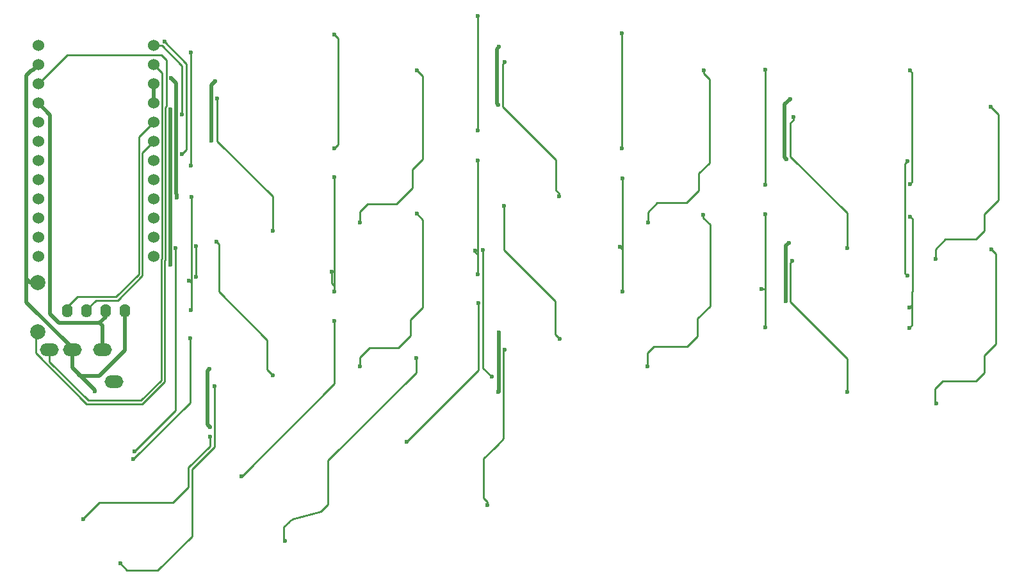
<source format=gtl>
G04 #@! TF.GenerationSoftware,KiCad,Pcbnew,(5.1.10)-1*
G04 #@! TF.CreationDate,2021-11-26T09:38:35+07:00*
G04 #@! TF.ProjectId,corne-cherry,636f726e-652d-4636-9865-7272792e6b69,3.0.1*
G04 #@! TF.SameCoordinates,Original*
G04 #@! TF.FileFunction,Copper,L1,Top*
G04 #@! TF.FilePolarity,Positive*
%FSLAX46Y46*%
G04 Gerber Fmt 4.6, Leading zero omitted, Abs format (unit mm)*
G04 Created by KiCad (PCBNEW (5.1.10)-1) date 2021-11-26 09:38:35*
%MOMM*%
%LPD*%
G01*
G04 APERTURE LIST*
G04 #@! TA.AperFunction,ComponentPad*
%ADD10O,1.397000X1.778000*%
G04 #@! TD*
G04 #@! TA.AperFunction,ComponentPad*
%ADD11C,2.000000*%
G04 #@! TD*
G04 #@! TA.AperFunction,ComponentPad*
%ADD12O,2.500000X1.700000*%
G04 #@! TD*
G04 #@! TA.AperFunction,ComponentPad*
%ADD13C,1.524000*%
G04 #@! TD*
G04 #@! TA.AperFunction,ViaPad*
%ADD14C,0.600000*%
G04 #@! TD*
G04 #@! TA.AperFunction,Conductor*
%ADD15C,0.250000*%
G04 #@! TD*
G04 #@! TA.AperFunction,Conductor*
%ADD16C,0.254000*%
G04 #@! TD*
G04 #@! TA.AperFunction,Conductor*
%ADD17C,0.500000*%
G04 #@! TD*
G04 #@! TA.AperFunction,Conductor*
%ADD18C,0.508000*%
G04 #@! TD*
G04 APERTURE END LIST*
D10*
X99249500Y-91912000D03*
X96709500Y-91912000D03*
X94169500Y-91912000D03*
X91629500Y-91912000D03*
D11*
X87756500Y-88164000D03*
X87756500Y-94664000D03*
D12*
X97789500Y-101262000D03*
X96289500Y-97062000D03*
X92289500Y-97062000D03*
X89289500Y-97062000D03*
D13*
X87830900Y-56804000D03*
X87830900Y-59344000D03*
X87830900Y-61884000D03*
X87830900Y-64424000D03*
X87830900Y-66964000D03*
X87830900Y-69504000D03*
X87830900Y-72044000D03*
X87830900Y-74584000D03*
X87830900Y-77124000D03*
X87830900Y-79664000D03*
X87830900Y-82204000D03*
X87830900Y-84744000D03*
X103050900Y-84744000D03*
X103050900Y-82204000D03*
X103050900Y-79664000D03*
X103050900Y-77124000D03*
X103050900Y-74584000D03*
X103050900Y-72044000D03*
X103050900Y-69504000D03*
X103050900Y-66964000D03*
X103050900Y-64424000D03*
X103050900Y-61884000D03*
X103050900Y-59344000D03*
X103050900Y-56804000D03*
D14*
X106809500Y-71157000D03*
X104515762Y-56281024D03*
X108684500Y-87392000D03*
X108684500Y-83307010D03*
X100562558Y-110520058D03*
X105989500Y-83607000D03*
X106809500Y-65907000D03*
X202999500Y-91442000D03*
X203059500Y-60097000D03*
X203044510Y-75097000D03*
X203069500Y-79447000D03*
X202959500Y-94197000D03*
X183449500Y-88992010D03*
X183959500Y-75197000D03*
X183959500Y-79097000D03*
X183959500Y-94097000D03*
X183959500Y-59997000D03*
X165059500Y-89397000D03*
X164959500Y-70397000D03*
X165059500Y-74397000D03*
X164959500Y-55197000D03*
X164686449Y-83405051D03*
X145959500Y-52897000D03*
X146009500Y-90877000D03*
X145959500Y-71997000D03*
X136539500Y-109227000D03*
X145959500Y-67997000D03*
X145559500Y-83912000D03*
X145959500Y-87097000D03*
X126959500Y-74197000D03*
X126959500Y-89397000D03*
X126959500Y-55297000D03*
X114639500Y-113787000D03*
X126959500Y-70397000D03*
X126969500Y-93217000D03*
X126589500Y-86767000D03*
X108059500Y-76797000D03*
X107749500Y-87907000D03*
X107959500Y-72697000D03*
X100339500Y-111567000D03*
X107959500Y-57697000D03*
X107869500Y-95567000D03*
X107959500Y-91797000D03*
X105239500Y-85787000D03*
X105309490Y-65197000D03*
X105386500Y-61097000D03*
X148669502Y-102667000D03*
X111229500Y-61537000D03*
X186766993Y-71848653D03*
X148749500Y-56947000D03*
X187209500Y-63837000D03*
X148709500Y-94807000D03*
X106159500Y-76937000D03*
X186624490Y-90626017D03*
X187029500Y-82897000D03*
X148604490Y-64600861D03*
X110705436Y-69361389D03*
X110489500Y-107277000D03*
X110439500Y-99577000D03*
X95259500Y-102597000D03*
X202713664Y-87274960D03*
X202734500Y-72107000D03*
X206429500Y-85067000D03*
X213769500Y-64857000D03*
X187619500Y-66247002D03*
X194759500Y-83637000D03*
X149499500Y-58997000D03*
X156684169Y-76782331D03*
X130359500Y-80257000D03*
X137889500Y-60077000D03*
X111489510Y-63797000D03*
X118789500Y-81277000D03*
X146599500Y-83872002D03*
X147779500Y-100657000D03*
X110494490Y-108547000D03*
X93789500Y-119527000D03*
X206569500Y-104147000D03*
X213819500Y-83787000D03*
X187459500Y-85317000D03*
X194779500Y-102647000D03*
X168359500Y-99247000D03*
X175729500Y-79187000D03*
X149349500Y-78047000D03*
X156719169Y-95617331D03*
X130309500Y-99257000D03*
X137849500Y-79037000D03*
X111389500Y-82757000D03*
X118819500Y-100417000D03*
X147219500Y-117627000D03*
X149459500Y-97027000D03*
X137779500Y-98127000D03*
X120399500Y-122377000D03*
X98659500Y-125347000D03*
X111159500Y-101927000D03*
X168429500Y-80247000D03*
X175789500Y-60037000D03*
D15*
X106809500Y-71157000D02*
X107434501Y-70531999D01*
X107434501Y-59199763D02*
X104515762Y-56281024D01*
X107434501Y-70531999D02*
X107434501Y-59199763D01*
X108684500Y-83307010D02*
X108684500Y-87392000D01*
X105989500Y-83607000D02*
X105989500Y-105093116D01*
X105989500Y-105093116D02*
X100562558Y-110520058D01*
D16*
X94420489Y-103782989D02*
X89289500Y-98652000D01*
X103055900Y-59345000D02*
X104139901Y-60429001D01*
X104098488Y-85047982D02*
X104098488Y-101090944D01*
X101406443Y-103782989D02*
X94420489Y-103782989D01*
X104139901Y-60429001D02*
X104139901Y-85006569D01*
X104098488Y-101090944D02*
X101406443Y-103782989D01*
X89289500Y-97062000D02*
X89289500Y-98062000D01*
X89289500Y-98652000D02*
X89289500Y-97062000D01*
X104139901Y-85006569D02*
X104098488Y-85047982D01*
X91491500Y-91572000D02*
X91491500Y-91907000D01*
X101126500Y-87037000D02*
X98100511Y-90062989D01*
X101126500Y-68894400D02*
X101126500Y-87037000D01*
X98100511Y-90062989D02*
X93000511Y-90062989D01*
X93000511Y-90062989D02*
X91491500Y-91572000D01*
X103055900Y-66965000D02*
X101126500Y-68894400D01*
X98346500Y-90517000D02*
X95421500Y-90517000D01*
X95421500Y-90517000D02*
X94031500Y-91907000D01*
X101580511Y-87282989D02*
X98346500Y-90517000D01*
X103055900Y-69505000D02*
X101580511Y-70980389D01*
X101580511Y-70980389D02*
X101580511Y-87282989D01*
D15*
X103095900Y-56804000D02*
X104173530Y-56804000D01*
X104173530Y-56804000D02*
X106809500Y-59439970D01*
X106809500Y-59439970D02*
X106809500Y-65907000D01*
D16*
X104552499Y-101279001D02*
X101594500Y-104237000D01*
X87509500Y-97522000D02*
X87509500Y-94911000D01*
X94224500Y-104237000D02*
X87509500Y-97522000D01*
X87509500Y-94911000D02*
X87756500Y-94664000D01*
X87835900Y-61885000D02*
X91653900Y-58067000D01*
X104086500Y-58067000D02*
X104759500Y-58740000D01*
X104759500Y-58740000D02*
X104759500Y-64819026D01*
X91653900Y-58067000D02*
X104086500Y-58067000D01*
X101594500Y-104237000D02*
X94224500Y-104237000D01*
X104759500Y-64819026D02*
X104593912Y-64984614D01*
X104593912Y-64984614D02*
X104593911Y-85194627D01*
X104552499Y-85236039D02*
X104552499Y-101279001D01*
X104593911Y-85194627D02*
X104552499Y-85236039D01*
D15*
X203349500Y-89377000D02*
X203359500Y-93797000D01*
X203369499Y-89357001D02*
X203369499Y-79746999D01*
X203059500Y-60097000D02*
X203359500Y-60397000D01*
X203344509Y-74797001D02*
X203044510Y-75097000D01*
X203349500Y-89377000D02*
X203351204Y-89378704D01*
X203359500Y-93797000D02*
X202959500Y-94197000D01*
X203369499Y-79746999D02*
X203069500Y-79447000D01*
X203359500Y-74782010D02*
X203344509Y-74797001D01*
X203359500Y-60397000D02*
X203359500Y-74782010D01*
X203351204Y-89378704D02*
X203351204Y-91090296D01*
X203351204Y-91090296D02*
X202999500Y-91442000D01*
X203349500Y-89377000D02*
X203369499Y-89357001D01*
X183959500Y-89227000D02*
X183959500Y-94097000D01*
X183873764Y-88992010D02*
X183449500Y-88992010D01*
X183959500Y-89227000D02*
X183959500Y-89077746D01*
X183959500Y-79097000D02*
X183959500Y-89227000D01*
X183959500Y-89077746D02*
X183873764Y-88992010D01*
X183959500Y-59997000D02*
X183959500Y-75197000D01*
X165059500Y-84687000D02*
X165059500Y-83778102D01*
X164986448Y-83705050D02*
X164686449Y-83405051D01*
X164959500Y-55197000D02*
X164959500Y-70397000D01*
X165059500Y-84687000D02*
X165059500Y-89397000D01*
X165059500Y-74397000D02*
X165059500Y-84687000D01*
X165059500Y-83778102D02*
X164986448Y-83705050D01*
X145959500Y-84532000D02*
X145559500Y-84132000D01*
X145559500Y-84132000D02*
X145559500Y-83912000D01*
X145959500Y-85187000D02*
X145959500Y-84532000D01*
X145959500Y-86897000D02*
X145959500Y-87097000D01*
X145959500Y-85187000D02*
X145959500Y-86897000D01*
X145959500Y-71997000D02*
X145959500Y-85187000D01*
X136539500Y-109227000D02*
X146009500Y-99757000D01*
X146009500Y-99757000D02*
X146009500Y-90877000D01*
X145959500Y-52897000D02*
X145959500Y-67997000D01*
X126589500Y-88237000D02*
X126589500Y-87191264D01*
X126969500Y-93217000D02*
X126969500Y-101557000D01*
X127459500Y-55797000D02*
X127459500Y-69897000D01*
X126959500Y-88607000D02*
X126589500Y-88237000D01*
X126959500Y-74197000D02*
X126959500Y-88607000D01*
X126589500Y-87191264D02*
X126589500Y-86767000D01*
X126969500Y-101557000D02*
X114739500Y-113787000D01*
X114739500Y-113787000D02*
X114639500Y-113787000D01*
X127459500Y-69897000D02*
X126959500Y-70397000D01*
X126959500Y-55297000D02*
X127459500Y-55797000D01*
X126959500Y-88607000D02*
X126959500Y-89397000D01*
X108059500Y-89367000D02*
X108059500Y-88187000D01*
X107779500Y-87907000D02*
X107749500Y-87907000D01*
X107959500Y-57697000D02*
X107959500Y-72697000D01*
X108059500Y-88187000D02*
X107779500Y-87907000D01*
X108059500Y-89367000D02*
X108059500Y-91697000D01*
X108059500Y-76797000D02*
X108059500Y-89367000D01*
X108059500Y-91697000D02*
X107959500Y-91797000D01*
X100399500Y-111567000D02*
X100339500Y-111567000D01*
X107869500Y-95567000D02*
X107869500Y-104097000D01*
X107869500Y-104097000D02*
X100399500Y-111567000D01*
D17*
X90549500Y-93502000D02*
X92499500Y-93502000D01*
X92499500Y-93502000D02*
X92509500Y-93492000D01*
X94986500Y-93492000D02*
X95921500Y-93492000D01*
X96289500Y-93860000D02*
X96289500Y-97062000D01*
X96696500Y-92717000D02*
X96696500Y-91937000D01*
X95921500Y-93492000D02*
X96696500Y-92717000D01*
X105239500Y-85362736D02*
X105239500Y-85787000D01*
X105309490Y-65197000D02*
X105309490Y-76577008D01*
X105239500Y-76646998D02*
X105239500Y-85362736D01*
X105309490Y-76577008D02*
X105239500Y-76646998D01*
X95921500Y-93492000D02*
X96289500Y-93860000D01*
X89369500Y-65958600D02*
X89369500Y-92322000D01*
X89369500Y-92322000D02*
X90549500Y-93502000D01*
X87835900Y-64425000D02*
X89369500Y-65958600D01*
X92509500Y-93492000D02*
X94986500Y-93492000D01*
X96696500Y-91937000D02*
X96666500Y-91907000D01*
X96666500Y-91907000D02*
X96571500Y-91907000D01*
X110739500Y-62027000D02*
X110739500Y-69327325D01*
X148709500Y-94807000D02*
X148709500Y-102627002D01*
X186624490Y-83302010D02*
X186624490Y-90201753D01*
X110739500Y-69327325D02*
X110705436Y-69361389D01*
X106059500Y-76412736D02*
X106159500Y-76512736D01*
X186624490Y-90201753D02*
X186624490Y-90626017D01*
X106059500Y-61770000D02*
X106059500Y-76412736D01*
X148709500Y-102627002D02*
X148669502Y-102667000D01*
X148449501Y-57246999D02*
X148449501Y-64445872D01*
X148749500Y-56947000D02*
X148449501Y-57246999D01*
X148449501Y-64445872D02*
X148604490Y-64600861D01*
X105386500Y-61097000D02*
X106059500Y-61770000D01*
X187209500Y-63837000D02*
X186466994Y-64579506D01*
X187029500Y-82897000D02*
X186624490Y-83302010D01*
X186466994Y-71548654D02*
X186766993Y-71848653D01*
X106159500Y-76512736D02*
X106159500Y-76937000D01*
X186466994Y-64579506D02*
X186466994Y-71548654D01*
X111229500Y-61537000D02*
X110739500Y-62027000D01*
X95259500Y-102597000D02*
X95259500Y-102400000D01*
X95259500Y-102400000D02*
X92289500Y-99430000D01*
X110189501Y-106977001D02*
X110189501Y-99826999D01*
X110489500Y-107277000D02*
X110189501Y-106977001D01*
X110189501Y-99826999D02*
X110439500Y-99577000D01*
X103055900Y-61885000D02*
X103055900Y-64425000D01*
X93376500Y-100517000D02*
X92289500Y-99430000D01*
D18*
X87073901Y-60106999D02*
X86866501Y-60106999D01*
X86236500Y-87644000D02*
X86236500Y-90787000D01*
X87835900Y-59345000D02*
X87073901Y-60106999D01*
X86866501Y-60106999D02*
X86236500Y-60737000D01*
D17*
X92289500Y-99430000D02*
X92289500Y-99412000D01*
X99236500Y-91937000D02*
X99236500Y-97187000D01*
X99236500Y-97187000D02*
X95906500Y-100517000D01*
D18*
X86236500Y-87644000D02*
X86756500Y-88164000D01*
X86236500Y-60737000D02*
X86236500Y-87644000D01*
X86756500Y-88164000D02*
X87756500Y-88164000D01*
D17*
X95906500Y-100517000D02*
X93376500Y-100517000D01*
D18*
X86236500Y-90787000D02*
X92289500Y-96840000D01*
X92289500Y-96840000D02*
X92289500Y-97062000D01*
X92289500Y-97062000D02*
X92289500Y-98062000D01*
D17*
X99141500Y-91937000D02*
X99236500Y-91937000D01*
X99111500Y-91907000D02*
X99141500Y-91937000D01*
X92289500Y-99412000D02*
X92289500Y-98062000D01*
D15*
X202734500Y-72107000D02*
X202413665Y-72427835D01*
X202413665Y-72427835D02*
X202413665Y-86974961D01*
X202413665Y-86974961D02*
X202713664Y-87274960D01*
X206429500Y-83737000D02*
X206429500Y-85067000D01*
X214789500Y-65877000D02*
X214789500Y-77267000D01*
X214789500Y-77267000D02*
X212899500Y-79157000D01*
X212899500Y-81277000D02*
X211759500Y-82417000D01*
X212899500Y-79157000D02*
X212899500Y-81277000D01*
X207749500Y-82417000D02*
X206429500Y-83737000D01*
X213769500Y-64857000D02*
X214789500Y-65877000D01*
X211759500Y-82417000D02*
X207749500Y-82417000D01*
X194759500Y-83637000D02*
X194759500Y-78967000D01*
X187269500Y-67021266D02*
X187619500Y-66671266D01*
X187619500Y-66671266D02*
X187619500Y-66247002D01*
X194759500Y-78967000D02*
X187269500Y-71477000D01*
X187269500Y-71477000D02*
X187269500Y-67021266D01*
X156279500Y-71927000D02*
X149229500Y-64877000D01*
X156684169Y-76358067D02*
X156279500Y-75953398D01*
X156684169Y-76782331D02*
X156684169Y-76358067D01*
X149229500Y-59267000D02*
X149499500Y-58997000D01*
X156279500Y-75953398D02*
X156279500Y-71927000D01*
X149229500Y-64877000D02*
X149229500Y-59267000D01*
X137889500Y-60077000D02*
X138609500Y-60797000D01*
X130359500Y-78757000D02*
X130359500Y-80257000D01*
X137309500Y-73147000D02*
X137309500Y-75647000D01*
X135209500Y-77747000D02*
X131369500Y-77747000D01*
X137309500Y-75647000D02*
X135209500Y-77747000D01*
X138609500Y-60797000D02*
X138609500Y-71847000D01*
X131369500Y-77747000D02*
X130359500Y-78757000D01*
X138609500Y-71847000D02*
X137309500Y-73147000D01*
X118789500Y-81277000D02*
X118789500Y-76787000D01*
X111489510Y-64221264D02*
X111489510Y-63797000D01*
X118789500Y-76787000D02*
X111489510Y-69487010D01*
X111489510Y-69487010D02*
X111489510Y-64221264D01*
X147779500Y-100657000D02*
X146639500Y-99517000D01*
X146599500Y-84296266D02*
X146599500Y-83872002D01*
X146639500Y-84336266D02*
X146599500Y-84296266D01*
X146639500Y-99517000D02*
X146639500Y-84336266D01*
X107639500Y-112667000D02*
X110494490Y-109812010D01*
X93789500Y-119527000D02*
X93789500Y-119442000D01*
X95909500Y-117322000D02*
X105619500Y-117322000D01*
X107639500Y-115302000D02*
X107639500Y-112667000D01*
X105619500Y-117322000D02*
X107639500Y-115302000D01*
X93789500Y-119442000D02*
X95909500Y-117322000D01*
X110494490Y-109812010D02*
X110494490Y-108547000D01*
X213819500Y-83787000D02*
X214431501Y-84399001D01*
X211754500Y-101242000D02*
X207359500Y-101242000D01*
X206339500Y-103917000D02*
X206569500Y-104147000D01*
X206339500Y-102262000D02*
X206339500Y-103917000D01*
X212919500Y-97787000D02*
X212919500Y-100077000D01*
X212919500Y-100077000D02*
X211754500Y-101242000D01*
X214431501Y-84399001D02*
X214431501Y-96274999D01*
X214431501Y-96274999D02*
X212919500Y-97787000D01*
X207359500Y-101242000D02*
X206339500Y-102262000D01*
X187249500Y-85527000D02*
X187459500Y-85317000D01*
X194779500Y-102647000D02*
X194779500Y-98267000D01*
X194779500Y-98267000D02*
X187249500Y-90737000D01*
X187249500Y-90737000D02*
X187249500Y-85527000D01*
X176619500Y-80501264D02*
X176619500Y-91267000D01*
X169219500Y-96627000D02*
X168339500Y-97507000D01*
X168339500Y-97507000D02*
X168339500Y-99227000D01*
X168339500Y-99227000D02*
X168359500Y-99247000D01*
X175729500Y-79187000D02*
X175729500Y-79611264D01*
X176619500Y-91267000D02*
X174979500Y-92907000D01*
X175729500Y-79611264D02*
X176619500Y-80501264D01*
X173629500Y-96627000D02*
X169219500Y-96627000D01*
X174979500Y-95277000D02*
X173629500Y-96627000D01*
X174979500Y-92907000D02*
X174979500Y-95277000D01*
X156159500Y-95057662D02*
X156159500Y-91119998D01*
X156139500Y-90647000D02*
X149349500Y-83857000D01*
X149349500Y-83857000D02*
X149349500Y-78047000D01*
X156139500Y-91099998D02*
X156139500Y-90647000D01*
X156159500Y-91119998D02*
X156139500Y-91099998D01*
X156719169Y-95617331D02*
X156159500Y-95057662D01*
X131609490Y-96786990D02*
X130309500Y-98086980D01*
X130309500Y-98086980D02*
X130309500Y-99257000D01*
X137039500Y-95207000D02*
X135459510Y-96786990D01*
X137039500Y-93107000D02*
X137039500Y-95207000D01*
X137849500Y-79037000D02*
X138679500Y-79867000D01*
X138679500Y-79867000D02*
X138679500Y-91467000D01*
X138679500Y-91467000D02*
X137039500Y-93107000D01*
X135459510Y-96786990D02*
X131609490Y-96786990D01*
X118069500Y-95779998D02*
X111686502Y-89397000D01*
X118069500Y-99667000D02*
X118069500Y-95779998D01*
X111686502Y-83054002D02*
X111389500Y-82757000D01*
X111686502Y-89397000D02*
X111686502Y-83054002D01*
X118819500Y-100417000D02*
X118069500Y-99667000D01*
X147219500Y-117202736D02*
X146699500Y-116682736D01*
X148189500Y-109977000D02*
X149294503Y-108871997D01*
X146699500Y-116682736D02*
X146699500Y-111467000D01*
X146699500Y-111467000D02*
X148189500Y-109977000D01*
X148189500Y-109977000D02*
X148689500Y-109477000D01*
X149294503Y-108871997D02*
X149294503Y-97191997D01*
X147219500Y-117627000D02*
X147219500Y-117202736D01*
X149294503Y-97191997D02*
X149459500Y-97027000D01*
X120289500Y-122267000D02*
X120399500Y-122377000D01*
X121149500Y-119682000D02*
X121003049Y-119798451D01*
X121353823Y-119602298D02*
X121149500Y-119682000D01*
X126119500Y-111742000D02*
X126119500Y-117542000D01*
X120289500Y-120512000D02*
X120289500Y-122267000D01*
X121003049Y-119798451D02*
X120289500Y-120512000D01*
X121402366Y-119518221D02*
X121353823Y-119602298D01*
X137779500Y-98127000D02*
X137779500Y-100082000D01*
X137779500Y-100082000D02*
X126119500Y-111742000D01*
X125146520Y-118514979D02*
X121402366Y-119518221D01*
X126119500Y-117542000D02*
X125146520Y-118514979D01*
X103619500Y-126252000D02*
X108119500Y-121752000D01*
X98659500Y-125347000D02*
X99564500Y-126252000D01*
X99564500Y-126252000D02*
X103619500Y-126252000D01*
X108119500Y-121752000D02*
X108119500Y-112907000D01*
X111119500Y-101967000D02*
X111159500Y-101927000D01*
X111119500Y-109907000D02*
X111119500Y-101967000D01*
X108119500Y-112907000D02*
X111119500Y-109907000D01*
X173539500Y-77607000D02*
X169664500Y-77607000D01*
X175789500Y-60461264D02*
X176539500Y-61211264D01*
X175129500Y-73727000D02*
X175129500Y-76017000D01*
X169664500Y-77607000D02*
X168429500Y-78842000D01*
X168429500Y-78842000D02*
X168429500Y-80247000D01*
X176539500Y-72317000D02*
X175129500Y-73727000D01*
X175789500Y-60037000D02*
X175789500Y-60461264D01*
X176539500Y-61211264D02*
X176539500Y-72317000D01*
X175129500Y-76017000D02*
X173539500Y-77607000D01*
M02*

</source>
